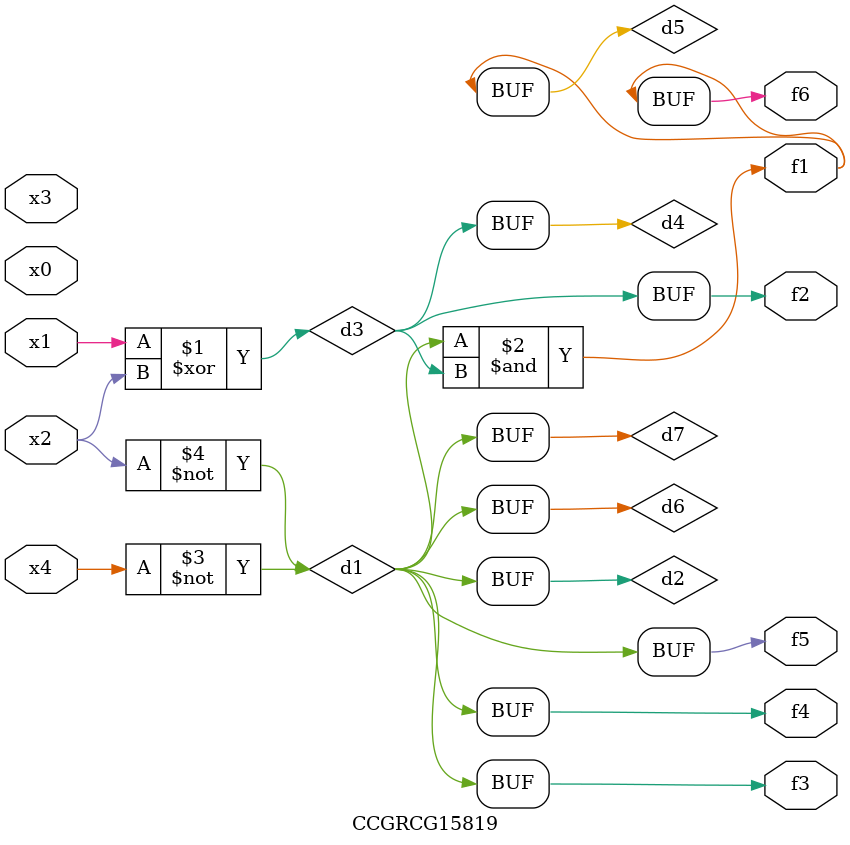
<source format=v>
module CCGRCG15819(
	input x0, x1, x2, x3, x4,
	output f1, f2, f3, f4, f5, f6
);

	wire d1, d2, d3, d4, d5, d6, d7;

	not (d1, x4);
	not (d2, x2);
	xor (d3, x1, x2);
	buf (d4, d3);
	and (d5, d1, d3);
	buf (d6, d1, d2);
	buf (d7, d2);
	assign f1 = d5;
	assign f2 = d4;
	assign f3 = d7;
	assign f4 = d7;
	assign f5 = d7;
	assign f6 = d5;
endmodule

</source>
